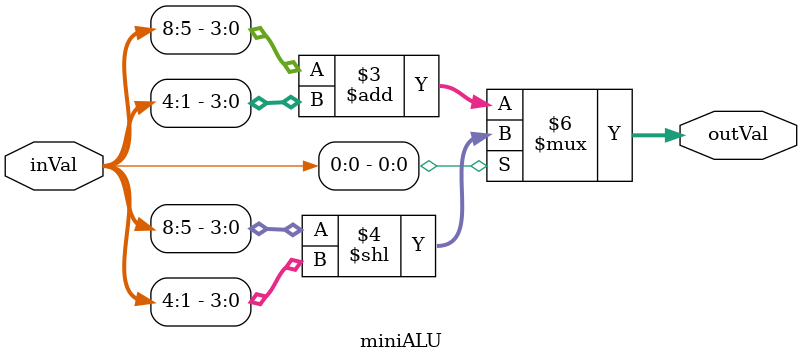
<source format=sv>
module miniALU(input [8:0] inVal, output reg[19:0] outVal);
	// long version for inA, inB calculation
	/*
	int inA = 0;
	for(i = 0; i < 4; i++) begin
		inA += switches[i] * multiplier;
		multiplier *= 2;
	end
	
	int inB = 0;
	multiplier = 1;
	for(i = 5; i < 8; i++) begin
		inB += switches[i] * multiplier;
		multiplier *= 2;
	end
	*/
	
	// ALU logic
	// 1. extract the numeric value from first 4 bits (1st input)
	// 2. extract the numeric value from second 4 bits
	// 3. according to the conditional bit, apply the operations using if and else
	
	always_comb begin
		if(inVal[0] == 0) begin
			outVal = inVal[8:5] + inVal[4:1]; // A + B
		end
		else begin
			outVal = inVal[8:5] << inVal[4:1]; // A << B
		end
	end
	
endmodule
</source>
